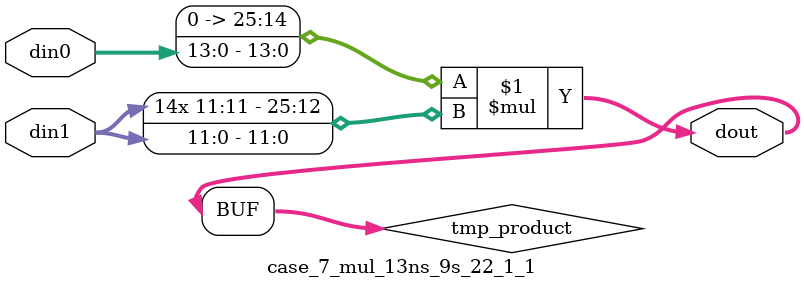
<source format=v>

`timescale 1 ns / 1 ps

 (* use_dsp = "no" *)  module case_7_mul_13ns_9s_22_1_1(din0, din1, dout);
parameter ID = 1;
parameter NUM_STAGE = 0;
parameter din0_WIDTH = 14;
parameter din1_WIDTH = 12;
parameter dout_WIDTH = 26;

input [din0_WIDTH - 1 : 0] din0; 
input [din1_WIDTH - 1 : 0] din1; 
output [dout_WIDTH - 1 : 0] dout;

wire signed [dout_WIDTH - 1 : 0] tmp_product;

























assign tmp_product = $signed({1'b0, din0}) * $signed(din1);










assign dout = tmp_product;





















endmodule

</source>
